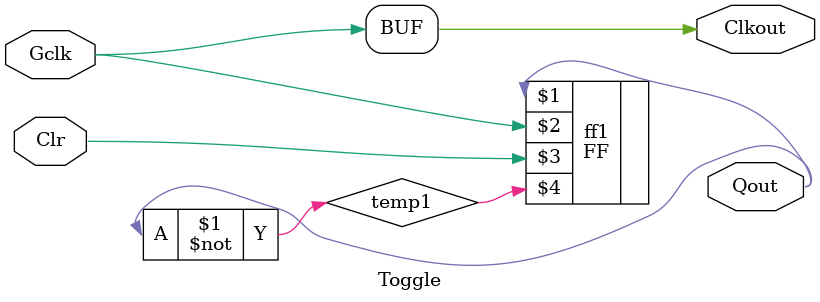
<source format=v>
`timescale 1ns / 1ps
module Toggle(Qout, Clkout, Gclk, Clr);

	input Gclk, Clr;
	output Clkout, Qout;
	
	wire temp1;
	
	FF ff1(Qout, Gclk, Clr, temp1);
	
	not(temp1, Qout);
	buf(Clkout, Gclk);
	

endmodule

</source>
